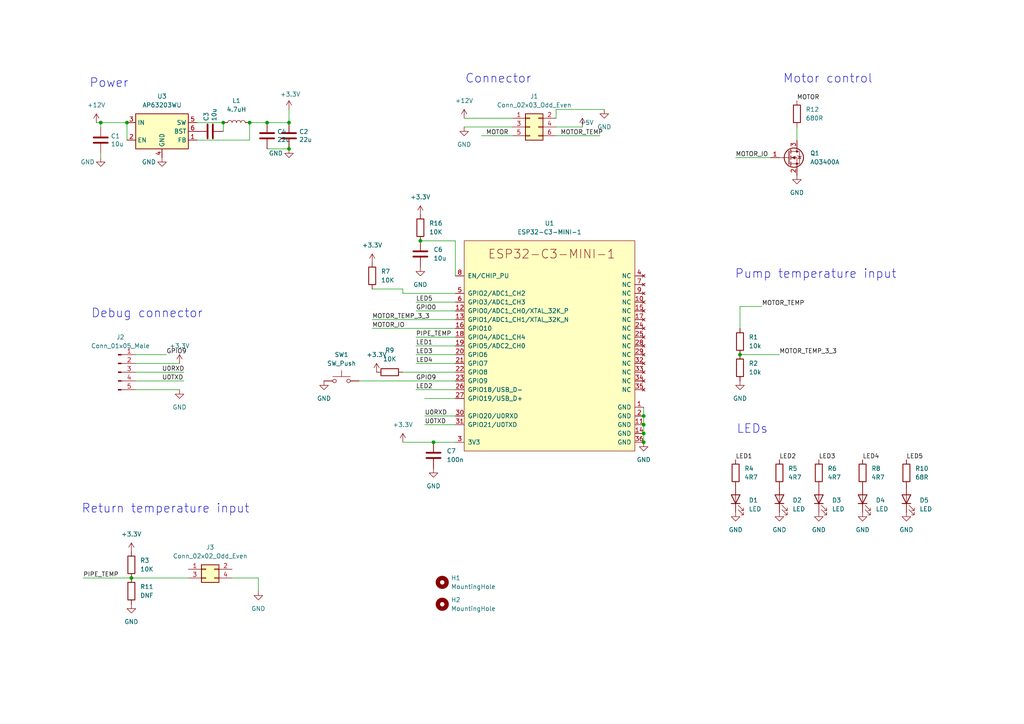
<source format=kicad_sch>
(kicad_sch (version 20231120) (generator "eeschema") (generator_version "8.0")
  (paper "A4")
  (lib_symbols
    (symbol "Connector:Conn_01x05_Male" (pin_names (offset 1.016) hide)
      (property "Reference" "J" (at 0 7.62 0))
      (property "Value" "Conn_01x05_Male" (at 0 -7.62 0))
      (symbol "Conn_01x05_Male_1_1"
        (polyline (pts (xy 1.27 -5.08) (xy 0.8636 -5.08)) (stroke (width 0.1524)))
        (polyline (pts (xy 1.27 -2.54) (xy 0.8636 -2.54)) (stroke (width 0.1524)))
        (polyline (pts (xy 1.27 0) (xy 0.8636 0)) (stroke (width 0.1524)))
        (polyline (pts (xy 1.27 2.54) (xy 0.8636 2.54)) (stroke (width 0.1524)))
        (polyline (pts (xy 1.27 5.08) (xy 0.8636 5.08)) (stroke (width 0.1524)))
        (rectangle (start 0.8636 -4.953) (end 0 -5.207) (stroke (width 0.1524)) (fill (type outline)))
        (rectangle (start 0.8636 -2.413) (end 0 -2.667) (stroke (width 0.1524)) (fill (type outline)))
        (rectangle (start 0.8636 0.127) (end 0 -0.127) (stroke (width 0.1524)) (fill (type outline)))
        (rectangle (start 0.8636 2.667) (end 0 2.413) (stroke (width 0.1524)) (fill (type outline)))
        (rectangle (start 0.8636 5.207) (end 0 4.953) (stroke (width 0.1524)) (fill (type outline)))
        (pin passive line (at 5.08 5.08 180) (length 3.81) (name "Pin_1") (number "1"))
        (pin passive line (at 5.08 2.54 180) (length 3.81) (name "Pin_2") (number "2"))
        (pin passive line (at 5.08 0 180) (length 3.81) (name "Pin_3") (number "3"))
        (pin passive line (at 5.08 -2.54 180) (length 3.81) (name "Pin_4") (number "4"))
        (pin passive line (at 5.08 -5.08 180) (length 3.81) (name "Pin_5") (number "5"))
      )
    )
    (symbol "Connector_Generic:Conn_02x02_Odd_Even" (pin_names (offset 1.016) hide)
      (property "Reference" "J" (at 1.27 2.54 0))
      (property "Value" "Conn_02x02_Odd_Even" (at 1.27 -5.08 0))
      (symbol "Conn_02x02_Odd_Even_1_1"
        (rectangle (start -1.27 -2.413) (end 0 -2.667) (stroke (width 0.1524)))
        (rectangle (start -1.27 0.127) (end 0 -0.127) (stroke (width 0.1524)))
        (rectangle (start -1.27 1.27) (end 3.81 -3.81) (stroke (width 0.254)) (fill (type background)))
        (rectangle (start 3.81 -2.413) (end 2.54 -2.667) (stroke (width 0.1524)))
        (rectangle (start 3.81 0.127) (end 2.54 -0.127) (stroke (width 0.1524)))
        (pin passive line (at -5.08 0 0) (length 3.81) (name "Pin_1") (number "1"))
        (pin passive line (at 7.62 0 180) (length 3.81) (name "Pin_2") (number "2"))
        (pin passive line (at -5.08 -2.54 0) (length 3.81) (name "Pin_3") (number "3"))
        (pin passive line (at 7.62 -2.54 180) (length 3.81) (name "Pin_4") (number "4"))
      )
    )
    (symbol "Connector_Generic:Conn_02x03_Odd_Even" (pin_names (offset 1.016) hide)
      (property "Reference" "J" (at 1.27 5.08 0))
      (property "Value" "Conn_02x03_Odd_Even" (at 1.27 -5.08 0))
      (symbol "Conn_02x03_Odd_Even_1_1"
        (rectangle (start -1.27 -2.413) (end 0 -2.667) (stroke (width 0.1524)))
        (rectangle (start -1.27 0.127) (end 0 -0.127) (stroke (width 0.1524)))
        (rectangle (start -1.27 2.667) (end 0 2.413) (stroke (width 0.1524)))
        (rectangle (start -1.27 3.81) (end 3.81 -3.81) (stroke (width 0.254)) (fill (type background)))
        (rectangle (start 3.81 -2.413) (end 2.54 -2.667) (stroke (width 0.1524)))
        (rectangle (start 3.81 0.127) (end 2.54 -0.127) (stroke (width 0.1524)))
        (rectangle (start 3.81 2.667) (end 2.54 2.413) (stroke (width 0.1524)))
        (pin passive line (at -5.08 2.54 0) (length 3.81) (name "Pin_1") (number "1"))
        (pin passive line (at 7.62 2.54 180) (length 3.81) (name "Pin_2") (number "2"))
        (pin passive line (at -5.08 0 0) (length 3.81) (name "Pin_3") (number "3"))
        (pin passive line (at 7.62 0 180) (length 3.81) (name "Pin_4") (number "4"))
        (pin passive line (at -5.08 -2.54 0) (length 3.81) (name "Pin_5") (number "5"))
        (pin passive line (at 7.62 -2.54 180) (length 3.81) (name "Pin_6") (number "6"))
      )
    )
    (symbol "Device:C" (pin_numbers hide) (pin_names (offset 0.254))
      (property "Reference" "C" (at 0.635 2.54 0))
      (property "Value" "C" (at 0.635 -2.54 0))
      (symbol "C_0_1"
        (polyline (pts (xy -2.032 -0.762) (xy 2.032 -0.762)) (stroke (width 0.508)))
        (polyline (pts (xy -2.032 0.762) (xy 2.032 0.762)) (stroke (width 0.508)))
      )
      (symbol "C_1_1"
        (pin passive line (at 0 3.81 270) (length 2.794) (name "~") (number "1"))
        (pin passive line (at 0 -3.81 90) (length 2.794) (name "~") (number "2"))
      )
    )
    (symbol "Device:L" (pin_numbers hide) (pin_names (offset 1.016) hide)
      (property "Reference" "L" (at -1.27 0 90))
      (property "Value" "L" (at 1.905 0 90))
      (symbol "L_0_1"
        (arc (start 0 -2.54) (mid 0.6323 -1.905) (end 0 -1.27))
        (arc (start 0 -1.27) (mid 0.6323 -0.635) (end 0 0))
        (arc (start 0 0) (mid 0.6323 0.635) (end 0 1.27))
        (arc (start 0 1.27) (mid 0.6323 1.905) (end 0 2.54))
      )
      (symbol "L_1_1"
        (pin passive line (at 0 3.81 270) (length 1.27) (name "1") (number "1"))
        (pin passive line (at 0 -3.81 90) (length 1.27) (name "2") (number "2"))
      )
    )
    (symbol "Device:LED" (pin_numbers hide) (pin_names (offset 1.016) hide)
      (property "Reference" "D" (at 0 2.54 0))
      (property "Value" "LED" (at 0 -2.54 0))
      (symbol "LED_0_1"
        (polyline (pts (xy -1.27 -1.27) (xy -1.27 1.27)) (stroke (width 0.254)))
        (polyline (pts (xy -1.27 0) (xy 1.27 0)))
        (polyline (pts (xy 1.27 -1.27) (xy 1.27 1.27) (xy -1.27 0) (xy 1.27 -1.27)) (stroke (width 0.254)))
        (polyline (pts (xy -3.048 -0.762) (xy -4.572 -2.286) (xy -3.81 -2.286) (xy -4.572 -2.286) (xy -4.572 -1.524)))
        (polyline (pts (xy -1.778 -0.762) (xy -3.302 -2.286) (xy -2.54 -2.286) (xy -3.302 -2.286) (xy -3.302 -1.524)))
      )
      (symbol "LED_1_1"
        (pin passive line (at -3.81 0 0) (length 2.54) (name "K") (number "1"))
        (pin passive line (at 3.81 0 180) (length 2.54) (name "A") (number "2"))
      )
    )
    (symbol "Device:R" (pin_numbers hide) (pin_names (offset 0))
      (property "Reference" "R" (at 2.032 0 90))
      (property "Value" "R" (at 0 0 90))
      (symbol "R_0_1"
        (rectangle (start -1.016 -2.54) (end 1.016 2.54) (stroke (width 0.254)))
      )
      (symbol "R_1_1"
        (pin passive line (at 0 3.81 270) (length 1.27) (name "~") (number "1"))
        (pin passive line (at 0 -3.81 90) (length 1.27) (name "~") (number "2"))
      )
    )
    (symbol "Espressif:ESP32-C3-MINI-1" (pin_names (offset 1.016))
      (property "Reference" "U" (at 0 33.02 0))
      (property "Value" "ESP32-C3-MINI-1" (at 0 -30.48 0))
      (symbol "ESP32-C3-MINI-1_0_0"
        (text "ESP32-C3-MINI-1" (at 1.27 27.94 0) (effects (font (size 2.54 2.54))))
      )
      (symbol "ESP32-C3-MINI-1_0_1"
        (rectangle (start -24.13 31.75) (end 25.4 -29.21) (fill (type background)))
      )
      (symbol "ESP32-C3-MINI-1_1_1"
        (pin power_in line (at 27.94 -16.51 180) (length 2.54) (name "GND") (number "1"))
        (pin no_connect line (at 27.94 13.97 180) (length 2.54) (name "NC") (number "10"))
        (pin power_in line (at 27.94 -21.59 180) (length 2.54) (name "GND") (number "11"))
        (pin bidirectional line (at -26.67 11.43 0) (length 2.54) (name "GPIO0/ADC1_CH0/XTAL_32K_P") (number "12"))
        (pin bidirectional line (at -26.67 8.89 0) (length 2.54) (name "GPIO1/ADC1_CH1/XTAL_32K_N") (number "13"))
        (pin power_in line (at 27.94 -24.13 180) (length 2.54) (name "GND") (number "14"))
        (pin no_connect line (at 27.94 11.43 180) (length 2.54) (name "NC") (number "15"))
        (pin bidirectional line (at -26.67 6.35 0) (length 2.54) (name "GPIO10") (number "16"))
        (pin no_connect line (at 27.94 8.89 180) (length 2.54) (name "NC") (number "17"))
        (pin bidirectional line (at -26.67 3.81 0) (length 2.54) (name "GPIO4/ADC1_CH4") (number "18"))
        (pin bidirectional line (at -26.67 1.27 0) (length 2.54) (name "GPIO5/ADC2_CH0") (number "19"))
        (pin power_in line (at 27.94 -19.05 180) (length 2.54) (name "GND") (number "2"))
        (pin bidirectional line (at -26.67 -1.27 0) (length 2.54) (name "GPIO6") (number "20"))
        (pin bidirectional line (at -26.67 -3.81 0) (length 2.54) (name "GPIO7") (number "21"))
        (pin bidirectional line (at -26.67 -6.35 0) (length 2.54) (name "GPIO8") (number "22"))
        (pin bidirectional line (at -26.67 -8.89 0) (length 2.54) (name "GPIO9") (number "23"))
        (pin no_connect line (at 27.94 6.35 180) (length 2.54) (name "NC") (number "24"))
        (pin no_connect line (at 27.94 3.81 180) (length 2.54) (name "NC") (number "25"))
        (pin bidirectional line (at -26.67 -11.43 0) (length 2.54) (name "GPIO18/USB_D-") (number "26"))
        (pin bidirectional line (at -26.67 -13.97 0) (length 2.54) (name "GPIO19/USB_D+") (number "27"))
        (pin no_connect line (at 27.94 1.27 180) (length 2.54) (name "NC") (number "28"))
        (pin no_connect line (at 27.94 -1.27 180) (length 2.54) (name "NC") (number "29"))
        (pin power_in line (at -26.67 -26.67 0) (length 2.54) (name "3V3") (number "3"))
        (pin bidirectional line (at -26.67 -19.05 0) (length 2.54) (name "GPIO20/U0RXD") (number "30"))
        (pin bidirectional line (at -26.67 -21.59 0) (length 2.54) (name "GPIO21/U0TXD") (number "31"))
        (pin no_connect line (at 27.94 -3.81 180) (length 2.54) (name "NC") (number "32"))
        (pin no_connect line (at 27.94 -6.35 180) (length 2.54) (name "NC") (number "33"))
        (pin no_connect line (at 27.94 -8.89 180) (length 2.54) (name "NC") (number "34"))
        (pin no_connect line (at 27.94 -11.43 180) (length 2.54) (name "NC") (number "35"))
        (pin power_in line (at 27.94 -26.67 180) (length 2.54) (name "GND") (number "36"))
        (pin no_connect line (at 27.94 21.59 180) (length 2.54) (name "NC") (number "4"))
        (pin bidirectional line (at -26.67 16.51 0) (length 2.54) (name "GPIO2/ADC1_CH2") (number "5"))
        (pin bidirectional line (at -26.67 13.97 0) (length 2.54) (name "GPIO3/ADC1_CH3") (number "6"))
        (pin no_connect line (at 27.94 19.05 180) (length 2.54) (name "NC") (number "7"))
        (pin input line (at -26.67 21.59 0) (length 2.54) (name "EN/CHIP_PU") (number "8"))
        (pin no_connect line (at 27.94 16.51 180) (length 2.54) (name "NC") (number "9"))
      )
    )
    (symbol "GND_1" (power) (pin_names (offset 0))
      (property "Value" "GND_1" (at 0 -3.81 0))
      (symbol "GND_1_0_1"
        (polyline (pts (xy 0 0) (xy 0 -1.27) (xy 1.27 -1.27) (xy 0 -2.54) (xy -1.27 -1.27) (xy 0 -1.27)))
      )
      (symbol "GND_1_1_1"
        (pin power_in line (at 0 0 270) (length 0) hide (name "GND") (number "1"))
      )
    )
    (symbol "GND_10" (power) (pin_names (offset 0))
      (property "Value" "GND_10" (at 0 -3.81 0))
      (symbol "GND_10_0_1"
        (polyline (pts (xy 0 0) (xy 0 -1.27) (xy 1.27 -1.27) (xy 0 -2.54) (xy -1.27 -1.27) (xy 0 -1.27)))
      )
      (symbol "GND_10_1_1"
        (pin power_in line (at 0 0 270) (length 0) hide (name "GND") (number "1"))
      )
    )
    (symbol "GND_11" (power) (pin_names (offset 0))
      (property "Value" "GND_11" (at 0 -3.81 0))
      (symbol "GND_11_0_1"
        (polyline (pts (xy 0 0) (xy 0 -1.27) (xy 1.27 -1.27) (xy 0 -2.54) (xy -1.27 -1.27) (xy 0 -1.27)))
      )
      (symbol "GND_11_1_1"
        (pin power_in line (at 0 0 270) (length 0) hide (name "GND") (number "1"))
      )
    )
    (symbol "GND_12" (power) (pin_names (offset 0))
      (property "Value" "GND_12" (at 0 -3.81 0))
      (symbol "GND_12_0_1"
        (polyline (pts (xy 0 0) (xy 0 -1.27) (xy 1.27 -1.27) (xy 0 -2.54) (xy -1.27 -1.27) (xy 0 -1.27)))
      )
      (symbol "GND_12_1_1"
        (pin power_in line (at 0 0 270) (length 0) hide (name "GND") (number "1"))
      )
    )
    (symbol "GND_2" (power) (pin_names (offset 0))
      (property "Value" "GND_2" (at 0 -3.81 0))
      (symbol "GND_2_0_1"
        (polyline (pts (xy 0 0) (xy 0 -1.27) (xy 1.27 -1.27) (xy 0 -2.54) (xy -1.27 -1.27) (xy 0 -1.27)))
      )
      (symbol "GND_2_1_1"
        (pin power_in line (at 0 0 270) (length 0) hide (name "GND") (number "1"))
      )
    )
    (symbol "GND_3" (power) (pin_names (offset 0))
      (property "Value" "GND_3" (at 0 -3.81 0))
      (symbol "GND_3_0_1"
        (polyline (pts (xy 0 0) (xy 0 -1.27) (xy 1.27 -1.27) (xy 0 -2.54) (xy -1.27 -1.27) (xy 0 -1.27)))
      )
      (symbol "GND_3_1_1"
        (pin power_in line (at 0 0 270) (length 0) hide (name "GND") (number "1"))
      )
    )
    (symbol "GND_4" (power) (pin_names (offset 0))
      (property "Value" "GND_4" (at 0 -3.81 0))
      (symbol "GND_4_0_1"
        (polyline (pts (xy 0 0) (xy 0 -1.27) (xy 1.27 -1.27) (xy 0 -2.54) (xy -1.27 -1.27) (xy 0 -1.27)))
      )
      (symbol "GND_4_1_1"
        (pin power_in line (at 0 0 270) (length 0) hide (name "GND") (number "1"))
      )
    )
    (symbol "GND_5" (power) (pin_names (offset 0))
      (property "Value" "GND_5" (at 0 -3.81 0))
      (symbol "GND_5_0_1"
        (polyline (pts (xy 0 0) (xy 0 -1.27) (xy 1.27 -1.27) (xy 0 -2.54) (xy -1.27 -1.27) (xy 0 -1.27)))
      )
      (symbol "GND_5_1_1"
        (pin power_in line (at 0 0 270) (length 0) hide (name "GND") (number "1"))
      )
    )
    (symbol "GND_7" (power) (pin_names (offset 0))
      (property "Value" "GND_7" (at 0 -3.81 0))
      (symbol "GND_7_0_1"
        (polyline (pts (xy 0 0) (xy 0 -1.27) (xy 1.27 -1.27) (xy 0 -2.54) (xy -1.27 -1.27) (xy 0 -1.27)))
      )
      (symbol "GND_7_1_1"
        (pin power_in line (at 0 0 270) (length 0) hide (name "GND") (number "1"))
      )
    )
    (symbol "GND_8" (power) (pin_names (offset 0))
      (property "Value" "GND_8" (at 0 -3.81 0))
      (symbol "GND_8_0_1"
        (polyline (pts (xy 0 0) (xy 0 -1.27) (xy 1.27 -1.27) (xy 0 -2.54) (xy -1.27 -1.27) (xy 0 -1.27)))
      )
      (symbol "GND_8_1_1"
        (pin power_in line (at 0 0 270) (length 0) hide (name "GND") (number "1"))
      )
    )
    (symbol "GND_9" (power) (pin_names (offset 0))
      (property "Value" "GND_9" (at 0 -3.81 0))
      (symbol "GND_9_0_1"
        (polyline (pts (xy 0 0) (xy 0 -1.27) (xy 1.27 -1.27) (xy 0 -2.54) (xy -1.27 -1.27) (xy 0 -1.27)))
      )
      (symbol "GND_9_1_1"
        (pin power_in line (at 0 0 270) (length 0) hide (name "GND") (number "1"))
      )
    )
    (symbol "Mechanical:MountingHole" (pin_names (offset 1.016)) (exclude_from_sim yes) (in_bom no)
      (property "Reference" "H" (at 0 5.08 0))
      (property "Value" "MountingHole" (at 0 3.175 0))
      (symbol "MountingHole_0_1"
        (circle (center 0 0) (radius 1.27) (stroke (width 1.27)))
      )
    )
    (symbol "Regulator_Switching:AP63203WU"
      (property "Reference" "U" (at -7.62 6.35 0))
      (property "Value" "AP63203WU" (at 2.54 6.35 0))
      (symbol "AP63203WU_0_1"
        (rectangle (start -7.62 5.08) (end 7.62 -5.08) (stroke (width 0.254)) (fill (type background)))
      )
      (symbol "AP63203WU_1_1"
        (pin input line (at 10.16 -2.54 180) (length 2.54) (name "FB") (number "1"))
        (pin input line (at -10.16 -2.54 0) (length 2.54) (name "EN") (number "2"))
        (pin power_in line (at -10.16 2.54 0) (length 2.54) (name "IN") (number "3"))
        (pin power_in line (at 0 -7.62 90) (length 2.54) (name "GND") (number "4"))
        (pin output line (at 10.16 2.54 180) (length 2.54) (name "SW") (number "5"))
        (pin passive line (at 10.16 0 180) (length 2.54) (name "BST") (number "6"))
      )
    )
    (symbol "Switch:SW_Push" (pin_numbers hide) (pin_names (offset 1.016) hide)
      (property "Reference" "SW" (at 1.27 2.54 0))
      (property "Value" "SW_Push" (at 0 -1.524 0))
      (symbol "SW_Push_0_1"
        (circle (center -2.032 0) (radius 0.508))
        (polyline (pts (xy 0 1.27) (xy 0 3.048)))
        (polyline (pts (xy 2.54 1.27) (xy -2.54 1.27)))
        (circle (center 2.032 0) (radius 0.508))
        (pin passive line (at -5.08 0 0) (length 2.54) (name "1") (number "1"))
        (pin passive line (at 5.08 0 180) (length 2.54) (name "2") (number "2"))
      )
    )
    (symbol "Transistor_FET:AO3400A" (pin_names hide)
      (property "Reference" "Q" (at 5.08 1.905 0))
      (property "Value" "AO3400A" (at 5.08 0 0))
      (symbol "AO3400A_0_1"
        (polyline (pts (xy 0.254 0) (xy -2.54 0)))
        (polyline (pts (xy 0.254 1.905) (xy 0.254 -1.905)) (stroke (width 0.254)))
        (polyline (pts (xy 0.762 -1.27) (xy 0.762 -2.286)) (stroke (width 0.254)))
        (polyline (pts (xy 0.762 0.508) (xy 0.762 -0.508)) (stroke (width 0.254)))
        (polyline (pts (xy 0.762 2.286) (xy 0.762 1.27)) (stroke (width 0.254)))
        (polyline (pts (xy 2.54 2.54) (xy 2.54 1.778)))
        (polyline (pts (xy 2.54 -2.54) (xy 2.54 0) (xy 0.762 0)))
        (polyline (pts (xy 0.762 -1.778) (xy 3.302 -1.778) (xy 3.302 1.778) (xy 0.762 1.778)))
        (polyline (pts (xy 1.016 0) (xy 2.032 0.381) (xy 2.032 -0.381) (xy 1.016 0)) (fill (type outline)))
        (polyline (pts (xy 2.794 0.508) (xy 2.921 0.381) (xy 3.683 0.381) (xy 3.81 0.254)))
        (polyline (pts (xy 3.302 0.381) (xy 2.921 -0.254) (xy 3.683 -0.254) (xy 3.302 0.381)))
        (circle (center 1.651 0) (radius 2.794) (stroke (width 0.254)))
        (circle (center 2.54 -1.778) (radius 0.254) (fill (type outline)))
        (circle (center 2.54 1.778) (radius 0.254) (fill (type outline)))
      )
      (symbol "AO3400A_1_1"
        (pin input line (at -5.08 0 0) (length 2.54) (name "G") (number "1"))
        (pin passive line (at 2.54 -5.08 90) (length 2.54) (name "S") (number "2"))
        (pin passive line (at 2.54 5.08 270) (length 2.54) (name "D") (number "3"))
      )
    )
    (symbol "power:+12V" (power) (pin_names (offset 0))
      (property "Value" "+12V" (at 0 3.556 0))
      (symbol "+12V_0_1"
        (polyline (pts (xy -0.762 1.27) (xy 0 2.54)))
        (polyline (pts (xy 0 0) (xy 0 2.54)))
        (polyline (pts (xy 0 2.54) (xy 0.762 1.27)))
      )
      (symbol "+12V_1_1"
        (pin power_in line (at 0 0 90) (length 0) hide (name "+12V") (number "1"))
      )
    )
    (symbol "power:+3.3V" (power) (pin_names (offset 0))
      (property "Value" "+3.3V" (at 0 3.556 0))
      (symbol "+3.3V_0_1"
        (polyline (pts (xy -0.762 1.27) (xy 0 2.54)))
        (polyline (pts (xy 0 0) (xy 0 2.54)))
        (polyline (pts (xy 0 2.54) (xy 0.762 1.27)))
      )
      (symbol "+3.3V_1_1"
        (pin power_in line (at 0 0 90) (length 0) hide (name "+3.3V") (number "1"))
      )
    )
    (symbol "power:+5V" (power) (pin_names (offset 0))
      (property "Value" "+5V" (at 0 3.556 0))
      (symbol "+5V_0_1"
        (polyline (pts (xy -0.762 1.27) (xy 0 2.54)))
        (polyline (pts (xy 0 0) (xy 0 2.54)))
        (polyline (pts (xy 0 2.54) (xy 0.762 1.27)))
      )
      (symbol "+5V_1_1"
        (pin power_in line (at 0 0 90) (length 0) hide (name "+5V") (number "1"))
      )
    )
    (symbol "power:GND" (power) (pin_names (offset 0))
      (property "Value" "GND" (at 0 -3.81 0))
      (symbol "GND_0_1"
        (polyline (pts (xy 0 0) (xy 0 -1.27) (xy 1.27 -1.27) (xy 0 -2.54) (xy -1.27 -1.27) (xy 0 -1.27)))
      )
      (symbol "GND_1_1"
        (pin power_in line (at 0 0 270) (length 0) hide (name "GND") (number "1"))
      )
    )
  )
  (junction (at 125.73 128.27))
  (junction (at 214.63 102.87))
  (junction (at 29.21 35.56))
  (junction (at 83.82 43.18))
  (junction (at 38.1 167.64))
  (junction (at 186.69 128.27))
  (junction (at 186.69 123.19))
  (junction (at 83.82 35.56))
  (junction (at 36.83 35.56))
  (junction (at 121.92 69.85))
  (junction (at 77.47 35.56))
  (junction (at 186.69 120.65))
  (junction (at 64.77 35.56))
  (junction (at 72.39 35.56))
  (junction (at 186.69 125.73))
  (wire (pts (xy 39.37 113.03) (xy 52.07 113.03)))
  (wire (pts (xy 120.65 87.63) (xy 132.08 87.63)))
  (wire (pts (xy 83.82 41.91) (xy 83.82 43.18)))
  (wire (pts (xy 39.37 110.49) (xy 53.34 110.49)))
  (wire (pts (xy 139.7 39.37) (xy 148.59 39.37)))
  (wire (pts (xy 132.08 69.85) (xy 132.08 80.01)))
  (wire (pts (xy 120.65 113.03) (xy 132.08 113.03)))
  (wire (pts (xy 121.92 69.85) (xy 132.08 69.85)))
  (wire (pts (xy 214.63 102.87) (xy 226.06 102.87)))
  (wire (pts (xy 123.19 115.57) (xy 132.08 115.57)))
  (wire (pts (xy 27.94 35.56) (xy 29.21 35.56)))
  (wire (pts (xy 120.65 105.41) (xy 132.08 105.41)))
  (wire (pts (xy 107.95 92.71) (xy 132.08 92.71)))
  (wire (pts (xy 186.69 123.19) (xy 186.69 125.73)))
  (wire (pts (xy 214.63 88.9) (xy 220.98 88.9)))
  (wire (pts (xy 104.14 110.49) (xy 132.08 110.49)))
  (wire (pts (xy 116.84 128.27) (xy 125.73 128.27)))
  (wire (pts (xy 107.95 83.82) (xy 116.84 83.82)))
  (wire (pts (xy 39.37 107.95) (xy 53.34 107.95)))
  (wire (pts (xy 36.83 35.56) (xy 36.83 40.64)))
  (wire (pts (xy 29.21 35.56) (xy 36.83 35.56)))
  (wire (pts (xy 116.84 83.82) (xy 116.84 85.09)))
  (wire (pts (xy 29.21 44.45) (xy 29.21 45.72)))
  (wire (pts (xy 186.69 118.11) (xy 186.69 120.65)))
  (wire (pts (xy 231.14 40.64) (xy 231.14 36.83)))
  (wire (pts (xy 161.29 31.75) (xy 175.26 31.75)))
  (wire (pts (xy 123.19 120.65) (xy 132.08 120.65)))
  (wire (pts (xy 123.19 123.19) (xy 132.08 123.19)))
  (wire (pts (xy 77.47 43.18) (xy 83.82 43.18)))
  (wire (pts (xy 116.84 85.09) (xy 132.08 85.09)))
  (wire (pts (xy 161.29 36.83) (xy 168.91 36.83)))
  (wire (pts (xy 120.65 102.87) (xy 132.08 102.87)))
  (wire (pts (xy 125.73 128.27) (xy 132.08 128.27)))
  (wire (pts (xy 72.39 35.56) (xy 72.39 40.64)))
  (wire (pts (xy 213.36 45.72) (xy 223.52 45.72)))
  (wire (pts (xy 120.65 97.79) (xy 132.08 97.79)))
  (wire (pts (xy 72.39 35.56) (xy 77.47 35.56)))
  (wire (pts (xy 24.13 167.64) (xy 38.1 167.64)))
  (wire (pts (xy 134.62 34.29) (xy 148.59 34.29)))
  (wire (pts (xy 161.29 34.29) (xy 161.29 31.75)))
  (wire (pts (xy 39.37 102.87) (xy 48.26 102.87)))
  (wire (pts (xy 39.37 105.41) (xy 52.07 105.41)))
  (wire (pts (xy 214.63 88.9) (xy 214.63 95.25)))
  (wire (pts (xy 161.29 39.37) (xy 173.99 39.37)))
  (wire (pts (xy 38.1 167.64) (xy 54.61 167.64)))
  (wire (pts (xy 120.65 100.33) (xy 132.08 100.33)))
  (wire (pts (xy 29.21 36.83) (xy 29.21 35.56)))
  (wire (pts (xy 134.62 36.83) (xy 148.59 36.83)))
  (wire (pts (xy 186.69 125.73) (xy 186.69 128.27)))
  (wire (pts (xy 120.65 90.17) (xy 132.08 90.17)))
  (wire (pts (xy 64.77 35.56) (xy 64.77 38.1)))
  (wire (pts (xy 57.15 35.56) (xy 64.77 35.56)))
  (wire (pts (xy 74.93 167.64) (xy 74.93 171.45)))
  (wire (pts (xy 186.69 120.65) (xy 186.69 123.19)))
  (wire (pts (xy 116.84 107.95) (xy 132.08 107.95)))
  (wire (pts (xy 107.95 95.25) (xy 132.08 95.25)))
  (wire (pts (xy 83.82 31.75) (xy 83.82 35.56)))
  (wire (pts (xy 57.15 40.64) (xy 72.39 40.64)))
  (wire (pts (xy 77.47 35.56) (xy 83.82 35.56)))
  (wire (pts (xy 67.31 167.64) (xy 74.93 167.64)))
  (text "LEDs" (at 213.614 125.984 0) (effects (font (size 2.54 2.54)) (justify left bottom)))
  (text "Power" (at 25.908 25.654 0) (effects (font (size 2.54 2.54)) (justify left bottom)))
  (text "Pump temperature input" (at 213.106 81.026 0) (effects (font (size 2.54 2.54)) (justify left bottom)))
  (text "Debug connector" (at 26.416 92.456 0) (effects (font (size 2.54 2.54)) (justify left bottom)))
  (text "Return temperature input" (at 23.622 149.098 0) (effects (font (size 2.54 2.54)) (justify left bottom)))
  (text "Motor control" (at 227.076 24.384 0) (effects (font (size 2.54 2.54)) (justify left bottom)))
  (text "Connector" (at 134.874 24.384 0) (effects (font (size 2.54 2.54)) (justify left bottom)))
  (label "U0RXD" (at 123.19 120.65 0))
  (label "MOTOR_TEMP" (at 220.98 88.9 0))
  (label "MOTOR_IO" (at 213.36 45.72 0))
  (label "MOTOR_TEMP_3_3" (at 107.95 92.71 0))
  (label "LED2" (at 120.65 113.03 0))
  (label "MOTOR_IO" (at 107.95 95.25 0))
  (label "LED2" (at 226.06 133.35 0))
  (label "LED1" (at 213.36 133.35 0))
  (label "U0TXD" (at 123.19 123.19 0))
  (label "LED4" (at 250.19 133.35 0))
  (label "GPIO0" (at 120.65 90.17 0))
  (label "LED5" (at 120.65 87.63 0))
  (label "GPIO9" (at 120.65 110.49 0))
  (label "LED4" (at 120.65 105.41 0))
  (label "MOTOR" (at 140.97 39.37 0))
  (label "PIPE_TEMP" (at 24.13 167.64 0))
  (label "MOTOR" (at 231.14 29.21 0))
  (label "U0RXD" (at 46.99 107.95 0))
  (label "U0TXD" (at 46.99 110.49 0))
  (label "GPIO9" (at 48.26 102.87 0))
  (label "LED3" (at 120.65 102.87 0))
  (label "MOTOR_TEMP" (at 162.56 39.37 0))
  (label "LED5" (at 262.89 133.35 0))
  (label "PIPE_TEMP" (at 120.65 97.79 0))
  (label "LED3" (at 237.49 133.35 0))
  (label "LED1" (at 120.65 100.33 0))
  (label "MOTOR_TEMP_3_3" (at 226.06 102.87 0))
  (symbol (lib_id "Connector_Generic:Conn_02x03_Odd_Even") (at 153.67 36.83 0) (unit 1)
    (property "Reference" "J1" (at 154.94 27.94 0))
    (property "Value" "Conn_02x03_Odd_Even" (at 154.94 30.48 0))
    (property "Footprint" "Connector_PinSocket_2.54mm:PinSocket_2x03_P2.54mm_Vertical" (effects (hide yes)))
  )
  (symbol (lib_id "Device:R") (at 38.1 171.45 0) (unit 1)
    (property "Reference" "R11" (at 40.64 170.1799 0) (effects (justify left)))
    (property "Value" "DNF" (at 40.64 172.7199 0) (effects (justify left)))
    (property "Footprint" "Resistor_SMD:R_0402_1005Metric" (effects (hide yes)))
  )
  (symbol (lib_name "GND_10") (lib_id "power:GND") (at 262.89 148.59 0) (unit 1)
    (property "Reference" "#PWR0117" (effects (hide yes)))
    (property "Value" "GND" (at 262.89 153.67 0))
  )
  (symbol (lib_id "Regulator_Switching:AP63203WU") (at 46.99 38.1 0) (unit 1)
    (property "Reference" "U3" (at 46.99 27.94 0))
    (property "Value" "AP63203WU" (at 46.99 30.48 0))
    (property "Footprint" "Package_TO_SOT_SMD:TSOT-23-6" (effects (hide yes)))
    (property "Datasheet" "https://www.diodes.com/assets/Datasheets/AP63200-AP63201-AP63203-AP63205.pdf" (effects (hide yes)))
  )
  (symbol (lib_id "Device:LED") (at 237.49 144.78 90) (unit 1)
    (property "Reference" "D3" (at 241.3 145.0974 90) (effects (justify right)))
    (property "Value" "LED" (at 241.3 147.6374 90) (effects (justify right)))
    (property "Footprint" "LED_SMD:LED_0603_1608Metric" (effects (hide yes)))
  )
  (symbol (lib_id "Device:R") (at 214.63 99.06 0) (unit 1)
    (property "Reference" "R1" (at 217.17 97.7899 0) (effects (justify left)))
    (property "Value" "10k" (at 217.17 100.3299 0) (effects (justify left)))
    (property "Footprint" "Resistor_SMD:R_0402_1005Metric" (effects (hide yes)))
  )
  (symbol (lib_id "Device:R") (at 237.49 137.16 0) (unit 1)
    (property "Reference" "R6" (at 240.03 135.8899 0) (effects (justify left)))
    (property "Value" "4R7" (at 240.03 138.4299 0) (effects (justify left)))
    (property "Footprint" "Resistor_SMD:R_0402_1005Metric" (effects (hide yes)))
  )
  (symbol (lib_id "Device:R") (at 107.95 80.01 0) (unit 1)
    (property "Reference" "R7" (at 110.49 78.7399 0) (effects (justify left)))
    (property "Value" "10K" (at 110.49 81.2799 0) (effects (justify left)))
    (property "Footprint" "Resistor_SMD:R_0402_1005Metric" (effects (hide yes)))
  )
  (symbol (lib_id "Device:C") (at 83.82 39.37 0) (unit 1)
    (property "Reference" "C2" (at 86.741 38.2016 0) (effects (justify left)))
    (property "Value" "22u" (at 86.741 40.513 0) (effects (justify left)))
    (property "Footprint" "Capacitor_SMD:C_0805_2012Metric" (effects (hide yes)))
  )
  (symbol (lib_name "GND_10") (lib_id "power:GND") (at 237.49 148.59 0) (unit 1)
    (property "Reference" "#PWR0123" (effects (hide yes)))
    (property "Value" "GND" (at 237.49 153.67 0))
  )
  (symbol (lib_id "Device:R") (at 38.1 163.83 0) (unit 1)
    (property "Reference" "R3" (at 40.64 162.5599 0) (effects (justify left)))
    (property "Value" "10K" (at 40.64 165.0999 0) (effects (justify left)))
    (property "Footprint" "Resistor_SMD:R_0402_1005Metric" (effects (hide yes)))
  )
  (symbol (lib_id "power:+12V") (at 27.94 35.56 0) (unit 1)
    (property "Reference" "#PWR0109" (effects (hide yes)))
    (property "Value" "+12V" (at 27.94 30.48 0))
  )
  (symbol (lib_id "Connector:Conn_01x05_Male") (at 34.29 107.95 0) (unit 1)
    (property "Reference" "J2" (at 34.925 97.79 0))
    (property "Value" "Conn_01x05_Male" (at 34.925 100.33 0))
    (property "Footprint" "Connector_PinHeader_2.54mm:PinHeader_1x05_P2.54mm_Vertical" (effects (hide yes)))
  )
  (symbol (lib_id "Mechanical:MountingHole") (at 128.27 168.91 0) (unit 1) (exclude_from_sim yes) (in_bom no)
    (property "Reference" "H1" (at 130.81 167.6399 0) (effects (justify left)))
    (property "Value" "MountingHole" (at 130.81 170.1799 0) (effects (justify left)))
    (property "Footprint" "MountingHole:MountingHole_4mm" (effects (hide yes)))
    (property "Description" "Mounting Hole without connection" (effects (hide yes)))
  )
  (symbol (lib_name "GND_11") (lib_id "power:GND") (at 74.93 171.45 0) (unit 1)
    (property "Reference" "#PWR0116" (effects (hide yes)))
    (property "Value" "GND" (at 74.93 176.53 0))
  )
  (symbol (lib_name "GND_10") (lib_id "power:GND") (at 226.06 148.59 0) (unit 1)
    (property "Reference" "#PWR0124" (effects (hide yes)))
    (property "Value" "GND" (at 226.06 153.67 0))
  )
  (symbol (lib_id "power:+12V") (at 134.62 34.29 0) (unit 1)
    (property "Reference" "#PWR0103" (effects (hide yes)))
    (property "Value" "+12V" (at 134.62 29.21 0))
  )
  (symbol (lib_id "power:+3.3V") (at 107.95 76.2 0) (unit 1)
    (property "Reference" "#PWR0118" (effects (hide yes)))
    (property "Value" "+3.3V" (at 107.95 71.12 0))
  )
  (symbol (lib_id "power:+3.3V") (at 121.92 62.23 0) (unit 1)
    (property "Reference" "#PWR0122" (effects (hide yes)))
    (property "Value" "+3.3V" (at 121.92 57.15 0))
  )
  (symbol (lib_id "Device:LED") (at 213.36 144.78 90) (unit 1)
    (property "Reference" "D1" (at 217.17 145.0974 90) (effects (justify right)))
    (property "Value" "LED" (at 217.17 147.6374 90) (effects (justify right)))
    (property "Footprint" "LED_SMD:LED_0603_1608Metric" (effects (hide yes)))
  )
  (symbol (lib_id "Device:L") (at 68.58 35.56 90) (unit 1)
    (property "Reference" "L1" (at 68.58 29.21 90))
    (property "Value" "4.7uH" (at 68.58 31.75 90))
    (property "Footprint" "Inductor_SMD:L_Abracon_ASPI-4030S" (effects (hide yes)))
  )
  (symbol (lib_id "power:GND") (at 29.21 45.72 0) (unit 1)
    (property "Reference" "#PWR0107" (effects (hide yes)))
    (property "Value" "GND" (at 25.4 46.99 0))
  )
  (symbol (lib_id "Device:R") (at 231.14 33.02 180) (unit 1)
    (property "Reference" "R12" (at 233.68 31.7499 0) (effects (justify right)))
    (property "Value" "680R" (at 233.68 34.2899 0) (effects (justify right)))
    (property "Footprint" "Resistor_SMD:R_0402_1005Metric" (effects (hide yes)))
  )
  (symbol (lib_id "power:+3.3V") (at 83.82 31.75 0) (unit 1)
    (property "Reference" "#PWR0111" (effects (hide yes)))
    (property "Value" "+3.3V" (at 84.201 27.3558 0))
  )
  (symbol (lib_id "power:+3.3V") (at 109.22 107.95 0) (unit 1)
    (property "Reference" "#PWR0119" (effects (hide yes)))
    (property "Value" "+3.3V" (at 109.22 102.87 0))
  )
  (symbol (lib_id "power:+3.3V") (at 52.07 105.41 0) (unit 1)
    (property "Reference" "#PWR0104" (effects (hide yes)))
    (property "Value" "+3.3V" (at 52.07 100.33 0))
  )
  (symbol (lib_id "power:GND") (at 46.99 45.72 0) (unit 1)
    (property "Reference" "#PWR0102" (effects (hide yes)))
    (property "Value" "GND" (at 43.18 46.99 0))
  )
  (symbol (lib_id "Device:C") (at 60.96 38.1 90) (unit 1)
    (property "Reference" "C3" (at 59.7916 35.179 0) (effects (justify left)))
    (property "Value" "10u" (at 62.103 35.179 0) (effects (justify left)))
    (property "Footprint" "Capacitor_SMD:C_0402_1005Metric" (effects (hide yes)))
  )
  (symbol (lib_id "Device:R") (at 262.89 137.16 0) (unit 1)
    (property "Reference" "R10" (at 265.43 135.8899 0) (effects (justify left)))
    (property "Value" "68R" (at 265.43 138.4299 0) (effects (justify left)))
    (property "Footprint" "Resistor_SMD:R_0402_1005Metric" (effects (hide yes)))
  )
  (symbol (lib_id "power:+3.3V") (at 116.84 128.27 0) (unit 1)
    (property "Reference" "#PWR0115" (effects (hide yes)))
    (property "Value" "+3.3V" (at 116.84 123.19 0))
  )
  (symbol (lib_id "Device:R") (at 121.92 66.04 0) (unit 1)
    (property "Reference" "R16" (at 124.46 64.7699 0) (effects (justify left)))
    (property "Value" "10K" (at 124.46 67.3099 0) (effects (justify left)))
    (property "Footprint" "Resistor_SMD:R_0402_1005Metric" (effects (hide yes)))
  )
  (symbol (lib_name "GND_9") (lib_id "power:GND") (at 134.62 36.83 0) (unit 1)
    (property "Reference" "#PWR0129" (effects (hide yes)))
    (property "Value" "GND" (at 134.62 41.91 0))
  )
  (symbol (lib_id "Device:R") (at 226.06 137.16 0) (unit 1)
    (property "Reference" "R5" (at 228.6 135.8899 0) (effects (justify left)))
    (property "Value" "4R7" (at 228.6 138.4299 0) (effects (justify left)))
    (property "Footprint" "Resistor_SMD:R_0402_1005Metric" (effects (hide yes)))
  )
  (symbol (lib_name "GND_2") (lib_id "power:GND") (at 231.14 50.8 0) (unit 1)
    (property "Reference" "#PWR0106" (effects (hide yes)))
    (property "Value" "GND" (at 231.14 55.88 0))
  )
  (symbol (lib_id "Device:R") (at 213.36 137.16 0) (unit 1)
    (property "Reference" "R4" (at 215.9 135.8899 0) (effects (justify left)))
    (property "Value" "4R7" (at 215.9 138.4299 0) (effects (justify left)))
    (property "Footprint" "Resistor_SMD:R_0402_1005Metric" (effects (hide yes)))
  )
  (symbol (lib_id "Device:R") (at 214.63 106.68 0) (unit 1)
    (property "Reference" "R2" (at 217.17 105.4099 0) (effects (justify left)))
    (property "Value" "10k" (at 217.17 107.9499 0) (effects (justify left)))
    (property "Footprint" "Resistor_SMD:R_0402_1005Metric" (effects (hide yes)))
  )
  (symbol (lib_name "GND_10") (lib_id "power:GND") (at 213.36 148.59 0) (unit 1)
    (property "Reference" "#PWR0125" (effects (hide yes)))
    (property "Value" "GND" (at 213.36 153.67 0))
  )
  (symbol (lib_id "Device:LED") (at 250.19 144.78 90) (unit 1)
    (property "Reference" "D4" (at 254 145.0974 90) (effects (justify right)))
    (property "Value" "LED" (at 254 147.6374 90) (effects (justify right)))
    (property "Footprint" "LED_SMD:LED_0603_1608Metric" (effects (hide yes)))
  )
  (symbol (lib_name "GND_7") (lib_id "power:GND") (at 125.73 135.89 0) (unit 1)
    (property "Reference" "#PWR0127" (effects (hide yes)))
    (property "Value" "GND" (at 125.73 140.97 0))
  )
  (symbol (lib_name "GND_1") (lib_id "power:GND") (at 186.69 128.27 0) (unit 1)
    (property "Reference" "#PWR0113" (effects (hide yes)))
    (property "Value" "GND" (at 186.69 133.35 0))
  )
  (symbol (lib_name "GND_12") (lib_id "power:GND") (at 38.1 175.26 0) (unit 1)
    (property "Reference" "#PWR0110" (effects (hide yes)))
    (property "Value" "GND" (at 38.1 180.34 0))
  )
  (symbol (lib_name "GND_5") (lib_id "power:GND") (at 52.07 113.03 0) (unit 1)
    (property "Reference" "#PWR0105" (effects (hide yes)))
    (property "Value" "GND" (at 52.07 118.11 0))
  )
  (symbol (lib_name "GND_8") (lib_id "power:GND") (at 175.26 31.75 0) (unit 1)
    (property "Reference" "#PWR0128" (effects (hide yes)))
    (property "Value" "GND" (at 175.26 36.83 0))
  )
  (symbol (lib_id "Connector_Generic:Conn_02x02_Odd_Even") (at 59.69 165.1 0) (unit 1)
    (property "Reference" "J3" (at 60.96 158.75 0))
    (property "Value" "Conn_02x02_Odd_Even" (at 60.96 161.29 0))
    (property "Footprint" "Connector_PinHeader_2.54mm:PinHeader_2x02_P2.54mm_Horizontal" (effects (hide yes)))
  )
  (symbol (lib_id "power:+3.3V") (at 38.1 160.02 0) (unit 1)
    (property "Reference" "#PWR0114" (effects (hide yes)))
    (property "Value" "+3.3V" (at 38.1 154.94 0))
  )
  (symbol (lib_id "Mechanical:MountingHole") (at 128.27 175.26 0) (unit 1) (exclude_from_sim yes) (in_bom no)
    (property "Reference" "H2" (at 130.81 173.9899 0) (effects (justify left)))
    (property "Value" "MountingHole" (at 130.81 176.5299 0) (effects (justify left)))
    (property "Footprint" "MountingHole:MountingHole_4mm" (effects (hide yes)))
    (property "Description" "Mounting Hole without connection" (effects (hide yes)))
  )
  (symbol (lib_id "Espressif:ESP32-C3-MINI-1") (at 158.75 101.6 0) (unit 1)
    (property "Reference" "U1" (at 159.385 64.77 0))
    (property "Value" "ESP32-C3-MINI-1" (at 159.385 67.31 0))
    (property "Footprint" "Espressif:ESP32-C3-MINI-1" (effects (hide yes)))
    (property "Datasheet" "https://www.espressif.com/sites/default/files/documentation/esp32-c3-mini-1_datasheet_en.pdf" (effects (hide yes)))
  )
  (symbol (lib_id "Device:C") (at 77.47 39.37 0) (unit 1)
    (property "Reference" "C4" (at 80.391 38.2016 0) (effects (justify left)))
    (property "Value" "22u" (at 80.391 40.513 0) (effects (justify left)))
    (property "Footprint" "Capacitor_SMD:C_0805_2012Metric" (effects (hide yes)))
  )
  (symbol (lib_id "Device:R") (at 250.19 137.16 0) (unit 1)
    (property "Reference" "R8" (at 252.73 135.8899 0) (effects (justify left)))
    (property "Value" "4R7" (at 252.73 138.4299 0) (effects (justify left)))
    (property "Footprint" "Resistor_SMD:R_0402_1005Metric" (effects (hide yes)))
  )
  (symbol (lib_id "Device:C") (at 125.73 132.08 0) (unit 1)
    (property "Reference" "C7" (at 129.54 130.8099 0) (effects (justify left)))
    (property "Value" "100n" (at 129.54 133.3499 0) (effects (justify left)))
    (property "Footprint" "Capacitor_SMD:C_0402_1005Metric" (effects (hide yes)))
  )
  (symbol (lib_id "power:+5V") (at 168.91 36.83 0) (unit 1)
    (property "Reference" "#PWR0101" (effects (hide yes)))
    (property "Value" "+5V" (at 170.18 35.56 0))
  )
  (symbol (lib_id "power:GND") (at 83.82 43.18 0) (unit 1)
    (property "Reference" "#PWR0112" (effects (hide yes)))
    (property "Value" "GND" (at 80.01 44.45 0))
  )
  (symbol (lib_name "GND_3") (lib_id "power:GND") (at 93.98 110.49 0) (unit 1)
    (property "Reference" "#PWR0121" (effects (hide yes)))
    (property "Value" "GND" (at 93.98 115.57 0))
  )
  (symbol (lib_id "Device:LED") (at 226.06 144.78 90) (unit 1)
    (property "Reference" "D2" (at 229.87 145.0974 90) (effects (justify right)))
    (property "Value" "LED" (at 229.87 147.6374 90) (effects (justify right)))
    (property "Footprint" "LED_SMD:LED_0603_1608Metric" (effects (hide yes)))
  )
  (symbol (lib_name "GND_10") (lib_id "power:GND") (at 250.19 148.59 0) (unit 1)
    (property "Reference" "#PWR0120" (effects (hide yes)))
    (property "Value" "GND" (at 250.19 153.67 0))
  )
  (symbol (lib_id "Device:C") (at 29.21 40.64 0) (unit 1)
    (property "Reference" "C1" (at 32.131 39.4716 0) (effects (justify left)))
    (property "Value" "10u" (at 32.131 41.783 0) (effects (justify left)))
    (property "Footprint" "Capacitor_SMD:C_1206_3216Metric" (effects (hide yes)))
  )
  (symbol (lib_name "GND_10") (lib_id "power:GND") (at 214.63 110.49 0) (unit 1)
    (property "Reference" "#PWR0108" (effects (hide yes)))
    (property "Value" "GND" (at 214.63 115.57 0))
  )
  (symbol (lib_name "GND_4") (lib_id "power:GND") (at 121.92 77.47 0) (unit 1)
    (property "Reference" "#PWR0126" (effects (hide yes)))
    (property "Value" "GND" (at 121.92 82.55 0))
  )
  (symbol (lib_id "Device:LED") (at 262.89 144.78 90) (unit 1)
    (property "Reference" "D5" (at 266.7 145.0974 90) (effects (justify right)))
    (property "Value" "LED" (at 266.7 147.6374 90) (effects (justify right)))
    (property "Footprint" "LED_SMD:LED_0603_1608Metric" (effects (hide yes)))
  )
  (symbol (lib_id "Transistor_FET:AO3400A") (at 228.6 45.72 0) (unit 1)
    (property "Reference" "Q1" (at 234.95 44.4499 0) (effects (justify left)))
    (property "Value" "AO3400A" (at 234.95 46.9899 0) (effects (justify left)))
    (property "Footprint" "Package_TO_SOT_SMD:SOT-23" (effects (hide yes)))
    (property "Datasheet" "http://www.aosmd.com/pdfs/datasheet/AO3400A.pdf" (effects (hide yes)))
  )
  (symbol (lib_id "Device:C") (at 121.92 73.66 0) (unit 1)
    (property "Reference" "C6" (at 125.73 72.3899 0) (effects (justify left)))
    (property "Value" "10u" (at 125.73 74.9299 0) (effects (justify left)))
    (property "Footprint" "Capacitor_SMD:C_0402_1005Metric" (effects (hide yes)))
  )
  (symbol (lib_id "Switch:SW_Push") (at 99.06 110.49 0) (unit 1)
    (property "Reference" "SW1" (at 99.06 102.87 0))
    (property "Value" "SW_Push" (at 99.06 105.41 0))
    (property "Footprint" "utility-meter:TS193206BK701SMTTR67" (effects (hide yes)))
  )
  (symbol (lib_id "Device:R") (at 113.03 107.95 90) (unit 1)
    (property "Reference" "R9" (at 113.03 101.6 90))
    (property "Value" "10K" (at 113.03 104.14 90))
    (property "Footprint" "Resistor_SMD:R_0402_1005Metric" (effects (hide yes)))
  )
)
</source>
